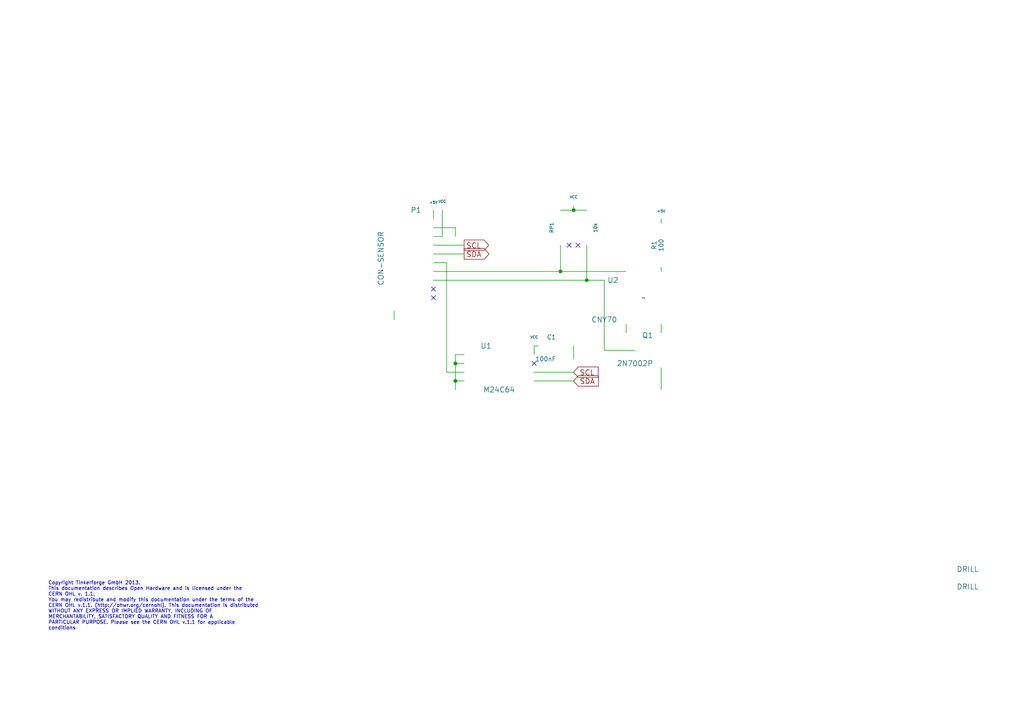
<source format=kicad_sch>
(kicad_sch (version 20230121) (generator eeschema)
  (paper "A4")
  (title_block (title "Line Bricklet") (date "7 aug 2013") (rev "1.0") (company "Tinkerforge GmbH") (comment 1 "Licensed under CERN OHL v.1.1") (comment 2 "Copyright (©) 2011, B.Nordmeyer <bastian@tinkerforge.com>"))
  (lib_symbols)
  (junction (at 166.37 60.96))
  (junction (at 170.18 81.28))
  (junction (at 162.56 78.74))
  (junction (at 132.08 105.41))
  (junction (at 132.08 110.49))
  (no_connect (at 154.94 105.41))
  (no_connect (at 165.1 71.12))
  (no_connect (at 167.64 71.12))
  (no_connect (at 125.73 86.36))
  (no_connect (at 125.73 83.82))
  (wire (pts (xy 129.54 107.95) (xy 134.62 107.95)))
  (wire (pts (xy 170.18 81.28) (xy 175.26 81.28)))
  (wire (pts (xy 125.73 78.74) (xy 162.56 78.74)))
  (wire (pts (xy 132.08 66.04) (xy 125.73 66.04)))
  (wire (pts (xy 125.73 71.12) (xy 134.62 71.12)))
  (wire (pts (xy 170.18 71.12) (xy 170.18 81.28)))
  (wire (pts (xy 125.73 81.28) (xy 170.18 81.28)))
  (wire (pts (xy 191.77 106.68) (xy 191.77 113.03)))
  (wire (pts (xy 154.94 110.49) (xy 166.37 110.49)))
  (wire (pts (xy 132.08 102.87) (xy 132.08 105.41)))
  (wire (pts (xy 132.08 105.41) (xy 134.62 105.41)))
  (wire (pts (xy 162.56 71.12) (xy 162.56 78.74)))
  (wire (pts (xy 191.77 96.52) (xy 191.77 93.98)))
  (wire (pts (xy 114.3 92.71) (xy 114.3 90.17)))
  (wire (pts (xy 175.26 81.28) (xy 175.26 101.6)))
  (wire (pts (xy 132.08 110.49) (xy 134.62 110.49)))
  (wire (pts (xy 132.08 66.04) (xy 132.08 68.58)))
  (wire (pts (xy 154.94 107.95) (xy 166.37 107.95)))
  (wire (pts (xy 132.08 105.41) (xy 132.08 110.49)))
  (wire (pts (xy 125.73 73.66) (xy 134.62 73.66)))
  (wire (pts (xy 162.56 78.74) (xy 181.61 78.74)))
  (wire (pts (xy 166.37 60.96) (xy 170.18 60.96)))
  (wire (pts (xy 129.54 76.2) (xy 129.54 107.95)))
  (wire (pts (xy 154.94 100.33) (xy 154.94 102.87)))
  (wire (pts (xy 166.37 104.14) (xy 166.37 100.33)))
  (wire (pts (xy 132.08 110.49) (xy 132.08 113.03)))
  (wire (pts (xy 181.61 96.52) (xy 181.61 93.98)))
  (wire (pts (xy 128.27 68.58) (xy 128.27 60.96)))
  (wire (pts (xy 129.54 76.2) (xy 125.73 76.2)))
  (wire (pts (xy 162.56 60.96) (xy 166.37 60.96)))
  (wire (pts (xy 125.73 68.58) (xy 128.27 68.58)))
  (wire (pts (xy 191.77 64.77) (xy 191.77 63.5)))
  (wire (pts (xy 156.21 100.33) (xy 154.94 100.33)))
  (wire (pts (xy 125.73 63.5) (xy 125.73 60.96)))
  (wire (pts (xy 166.37 60.96) (xy 166.37 59.69)))
  (wire (pts (xy 175.26 101.6) (xy 184.15 101.6)))
  (wire (pts (xy 134.62 102.87) (xy 132.08 102.87)))
  (wire (pts (xy 191.77 78.74) (xy 191.77 77.47)))
  (text "Copyright Tinkerforge GmbH 2013.\nThis documentation describes Open Hardware and is licensed under the\nCERN OHL v. 1.1.\nYou may redistribute and modify this documentation under the terms of the\nCERN OHL v.1.1. (http://ohwr.org/cernohl). This documentation is distributed\nWITHOUT ANY EXPRESS OR IMPLIED WARRANTY, INCLUDING OF\nMERCHANTABILITY, SATISFACTORY QUALITY AND FITNESS FOR A\nPARTICULAR PURPOSE. Please see the CERN OHL v.1.1 for applicable\nconditions\n" (at 13.97 182.88 0) (effects (font (size 1.016 1.016)) (justify left bottom)))
  (global_label "SDA" (shape output) (at 134.62 73.66 0) (effects (font (size 1.524 1.524))) (property "Intersheetrefs" "${INTERSHEET_REFS}" (effects hide)))
  (global_label "SCL" (shape output) (at 134.62 71.12 0) (effects (font (size 1.524 1.524))) (property "Intersheetrefs" "${INTERSHEET_REFS}" (effects hide)))
  (global_label "SDA" (shape input) (at 166.37 110.49 0) (effects (font (size 1.524 1.524))) (property "Intersheetrefs" "${INTERSHEET_REFS}" (effects hide)))
  (global_label "SCL" (shape input) (at 166.37 107.95 0) (effects (font (size 1.524 1.524))) (property "Intersheetrefs" "${INTERSHEET_REFS}" (effects hide)))
  (symbol (lib_id "CON-SENSOR") (at 114.3 74.93 0) (mirror y) (unit 1)
    (property "Reference" "P1" (at 120.65 60.96 0) (effects (font (size 1.524 1.524))))
    (property "Value" "CON-SENSOR" (at 110.49 74.93 90) (effects (font (size 1.524 1.524))))
    (property "Footprint" "CON-SENSOR" (effects hide))
  )
  (symbol (lib_id "GND") (at 114.3 92.71 0) (unit 1)
    (property "Reference" "#PWR08" (effects hide))
    (property "Value" "GND" (effects hide))
  )
  (symbol (lib_id "GND") (at 132.08 68.58 0) (unit 1)
    (property "Reference" "#PWR07" (effects hide))
    (property "Value" "GND" (effects hide))
  )
  (symbol (lib_id "VCC") (at 128.27 60.96 0) (unit 1)
    (property "Reference" "#PWR06" (effects hide))
    (property "Value" "VCC" (at 128.27 58.42 0) (effects (font (size 0.762 0.762))))
  )
  (symbol (lib_id "CAT24C") (at 144.78 113.03 0) (unit 1)
    (property "Reference" "U1" (at 140.97 100.33 0) (effects (font (size 1.524 1.524))))
    (property "Value" "M24C64" (at 144.78 113.03 0) (effects (font (size 1.524 1.524))))
    (property "Footprint" "SOIC8" (effects hide))
  )
  (symbol (lib_id "GND") (at 132.08 113.03 0) (unit 1)
    (property "Reference" "#PWR05" (effects hide))
    (property "Value" "GND" (effects hide))
  )
  (symbol (lib_id "VCC") (at 154.94 100.33 0) (unit 1)
    (property "Reference" "#PWR04" (effects hide))
    (property "Value" "VCC" (at 154.94 97.79 0) (effects (font (size 0.762 0.762))))
  )
  (symbol (lib_id "C") (at 161.29 100.33 90) (unit 1)
    (property "Reference" "C1" (at 161.29 97.79 90) (effects (justify left)))
    (property "Value" "100nF" (at 161.29 104.14 90) (effects (justify left)))
    (property "Footprint" "C0603" (effects hide))
  )
  (symbol (lib_id "DRILL") (at 280.67 170.18 0) (unit 1)
    (property "Reference" "U4" (effects hide))
    (property "Value" "DRILL" (at 280.67 170.18 0) (effects (font (size 1.524 1.524))))
    (property "Footprint" "DRILL_NP" (effects hide))
  )
  (symbol (lib_id "DRILL") (at 280.67 165.1 0) (unit 1)
    (property "Reference" "U3" (effects hide))
    (property "Value" "DRILL" (at 280.67 165.1 0) (effects (font (size 1.524 1.524))))
    (property "Footprint" "DRILL_NP" (effects hide))
  )
  (symbol (lib_id "GND") (at 166.37 104.14 0) (unit 1)
    (property "Reference" "#PWR03" (effects hide))
    (property "Value" "GND" (effects hide))
  )
  (symbol (lib_id "R") (at 191.77 71.12 0) (mirror y) (unit 1)
    (property "Reference" "R1" (at 189.738 71.12 90))
    (property "Value" "100" (at 191.77 71.12 90))
    (property "Footprint" "R0603" (effects hide))
  )
  (symbol (lib_id "GND") (at 181.61 96.52 0) (mirror y) (unit 1)
    (property "Reference" "#PWR02" (effects hide))
    (property "Value" "GND" (effects hide))
  )
  (symbol (lib_id "VCC") (at 166.37 59.69 0) (mirror y) (unit 1)
    (property "Reference" "#PWR01" (effects hide))
    (property "Value" "VCC" (at 166.37 57.15 0) (effects (font (size 0.762 0.762))))
  )
  (symbol (lib_id "+5V") (at 125.73 60.96 0) (unit 1)
    (property "Reference" "#PWR09" (effects hide))
    (property "Value" "+5V" (at 125.73 58.674 0) (effects (font (size 0.762 0.762))))
  )
  (symbol (lib_id "+5V") (at 191.77 63.5 0) (mirror y) (unit 1)
    (property "Reference" "#PWR010" (effects hide))
    (property "Value" "+5V" (at 191.77 61.214 0) (effects (font (size 0.762 0.762))))
  )
  (symbol (lib_id "CNY70") (at 186.69 86.36 0) (mirror y) (unit 1)
    (property "Reference" "U2" (at 177.8 81.28 0) (effects (font (size 1.524 1.524))))
    (property "Value" "CNY70" (at 175.26 92.71 0) (effects (font (size 1.524 1.524))))
    (property "Footprint" "CNY70" (effects hide))
    (property "Datasheet" "~" (at 186.69 86.36 0) (effects (font (size 1.524 1.524))))
  )
  (symbol (lib_id "MOSFET_N_CH") (at 189.23 101.6 0) (unit 1)
    (property "Reference" "Q1" (at 189.484 97.282 0) (effects (font (size 1.524 1.524)) (justify right)))
    (property "Value" "2N7002P" (at 189.484 105.41 0) (effects (font (size 1.524 1.524)) (justify right)))
    (property "Footprint" "SOT23GDS" (effects hide))
  )
  (symbol (lib_id "GND") (at 191.77 113.03 0) (mirror y) (unit 1)
    (property "Reference" "#PWR011" (effects hide))
    (property "Value" "GND" (effects hide))
  )
  (symbol (lib_id "R_PACK4") (at 171.45 66.04 90) (unit 1)
    (property "Reference" "RP1" (at 160.02 66.04 0) (effects (font (size 1.016 1.016))))
    (property "Value" "10k" (at 172.72 66.04 0) (effects (font (size 1.016 1.016))))
    (property "Footprint" "0603X4" (effects hide))
  )
)
</source>
